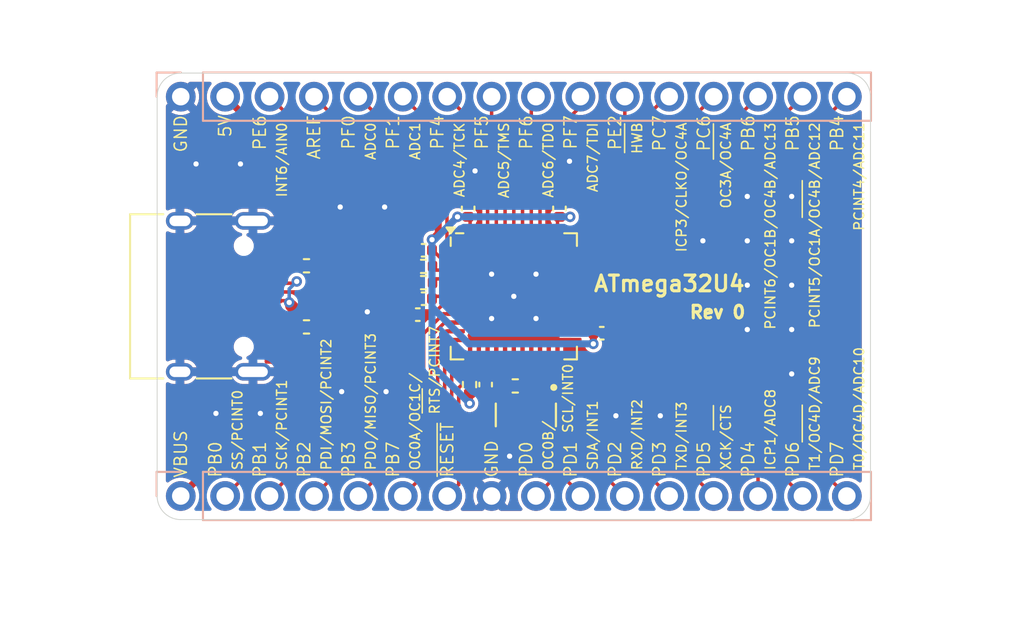
<source format=kicad_pcb>
(kicad_pcb (version 20241229) (generator "pcbnew") (generator_version "9.0")
  (layers (0 "F.Cu" signal) (2 "B.Cu" signal) (13 "F.Paste" user) (15 "B.Paste" user) (5 "F.SilkS" user "F.Silkscreen") (7 "B.SilkS" user "B.Silkscreen") (1 "F.Mask" user) (3 "B.Mask" user) (25 "Edge.Cuts" user))
  (net 0 "")
  (net 1 "GND")
  (net 2 "+5V")
  (net 3 "Net-(U1-UCAP)")
  (net 4 "VBUS")
  (net 5 "Net-(J1-CC2)")
  (net 6 "D-")
  (net 7 "D+")
  (net 9 "Net-(J1-CC1)")
  (net 11 "XTAL2")
  (net 12 "XTAL1")
  (net 13 "Net-(U1-D+)")
  (net 14 "Net-(U1-D-)")
  (net 15 "PF7 (ADC7{slash}TDI)")
  (net 16 "PC6 (OC3A{slash}~{OC4A})")
  (net 17 "PF0 (ADC0)")
  (net 18 "PF6 (ADC6{slash}TDO)")
  (net 19 "PF1 (ADC1)")
  (net 20 "PF4 (ADC4{slash}TCK)")
  (net 21 "PD7 (T0{slash}OC4D{slash}ADC10)")
  (net 22 "PC7 (ICP3{slash}CLKO{slash}OC4A)")
  (net 23 "AREF")
  (net 24 "PB6 (PCINT6{slash}OC1B{slash}OC4B{slash}ADC13)")
  (net 25 "PB4 (PCINT4{slash}ADC11)")
  (net 26 "PF5 (ADC5{slash}TMS)")
  (net 27 "PE2 (~{HWB})")
  (net 28 "PB5 (PCINT5{slash}OC1A{slash}~{OC4B}{slash}ADC12)")
  (net 29 "PD3 (TXD{slash}INT3)")
  (net 30 "~{RESET}")
  (net 31 "PB7 (OC0A{slash}OC1C{slash}~{RTS}{slash}PCINT7)")
  (net 32 "PB1 (SCLK{slash}PCINT1)")
  (net 33 "PD4 (ICP1{slash}ADC8)")
  (net 34 "PE6 (INT6{slash}AIN0)")
  (net 35 "PD1 (SDA{slash}INT1)")
  (net 36 "PD6 (T1{slash}~{OC4D}{slash}ADC9)")
  (net 37 "PB2 (PDI{slash}MOSI{slash}PCINT2)")
  (net 38 "PD2 (RXD{slash}INT2)")
  (net 39 "PD0 (OC0B{slash}SCL{slash}INT0)")
  (net 40 "PB0 (SS{slash}PCINT0)")
  (net 41 "PD5 (XCK{slash}~{CTS})")
  (net 42 "PB3 (PDO{slash}MISO{slash}PCINT3)")
  (footprint "Capacitor_SMD:C_0402_1005Metric" (layer "F.Cu") (at 109.716 101.445 180)
    (property "Reference" "C6" (hide yes))
    (property "Value" "10u")
    (pad "1" smd roundrect (at -0.48 0 180) (size 0.56 0.62) (layers "F.Cu" "F.Mask" "F.Paste") (net 4 "VBUS"))
    (pad "2" smd roundrect (at 0.48 0 180) (size 0.56 0.62) (layers "F.Cu" "F.Mask" "F.Paste") (net 1 "GND"))
  )
  (footprint "Resistor_SMD:R_0402_1005Metric" (layer "F.Cu") (at 103.349 102.148)
    (property "Reference" "R3" (hide yes))
    (property "Value" "5.1k")
    (pad "1" smd roundrect (at -0.51 0) (size 0.54 0.64) (layers "F.Cu" "F.Mask" "F.Paste") (net 5 "Net-(J1-CC2)"))
    (pad "2" smd roundrect (at 0.51 0) (size 0.54 0.64) (layers "F.Cu" "F.Mask" "F.Paste") (net 1 "GND"))
  )
  (footprint "Capacitor_SMD:C_0402_1005Metric" (layer "F.Cu") (at 117.8185 95.367 90)
    (property "Reference" "C3" (hide yes))
    (property "Value" "100n")
    (pad "1" smd roundrect (at -0.48 0 90) (size 0.56 0.62) (layers "F.Cu" "F.Mask" "F.Paste") (net 2 "+5V"))
    (pad "2" smd roundrect (at 0.48 0 90) (size 0.56 0.62) (layers "F.Cu" "F.Mask" "F.Paste") (net 1 "GND"))
  )
  (footprint "Resistor_SMD:R_0402_1005Metric" (layer "F.Cu") (at 110.049 99.6135)
    (property "Reference" "R4" (hide yes))
    (property "Value" "22" (hide yes))
    (pad "1" smd roundrect (at -0.51 0) (size 0.54 0.64) (layers "F.Cu" "F.Mask" "F.Paste") (net 6 "D-"))
    (pad "2" smd roundrect (at 0.51 0) (size 0.54 0.64) (layers "F.Cu" "F.Mask" "F.Paste") (net 13 "Net-(U1-D+)"))
  )
  (footprint "Capacitor_SMD:C_0402_1005Metric" (layer "F.Cu") (at 120.238 102.509)
    (property "Reference" "C2" (hide yes))
    (property "Value" "100n")
    (pad "1" smd roundrect (at -0.48 0) (size 0.56 0.62) (layers "F.Cu" "F.Mask" "F.Paste") (net 2 "+5V"))
    (pad "2" smd roundrect (at 0.48 0) (size 0.56 0.62) (layers "F.Cu" "F.Mask" "F.Paste") (net 1 "GND"))
  )
  (footprint "Resistor_SMD:R_0402_1005Metric" (layer "F.Cu") (at 112.676 105.449 90)
    (property "Reference" "R6" (hide yes))
    (property "Value" "10k")
    (pad "1" smd roundrect (at -0.51 0 90) (size 0.54 0.64) (layers "F.Cu" "F.Mask" "F.Paste") (net 2 "+5V"))
    (pad "2" smd roundrect (at 0.51 0 90) (size 0.54 0.64) (layers "F.Cu" "F.Mask" "F.Paste") (net 30 "~{RESET}"))
  )
  (footprint "Resistor_SMD:R_0402_1005Metric" (layer "F.Cu") (at 115.291 105.526 180)
    (property "Reference" "R1" (hide yes))
    (property "Value" "1M")
    (pad "1" smd roundrect (at -0.51 0 180) (size 0.54 0.64) (layers "F.Cu" "F.Mask" "F.Paste") (net 12 "XTAL1"))
    (pad "2" smd roundrect (at 0.51 0 180) (size 0.54 0.64) (layers "F.Cu" "F.Mask" "F.Paste") (net 11 "XTAL2"))
  )
  (footprint "Capacitor_SMD:C_0402_1005Metric" (layer "F.Cu") (at 112.5965 95.367 90)
    (property "Reference" "C4" (hide yes))
    (property "Value" "100n")
    (pad "1" smd roundrect (at -0.48 0 90) (size 0.56 0.62) (layers "F.Cu" "F.Mask" "F.Paste") (net 2 "+5V"))
    (pad "2" smd roundrect (at 0.48 0 90) (size 0.56 0.62) (layers "F.Cu" "F.Mask" "F.Paste") (net 1 "GND"))
  )
  (footprint "Capacitor_SMD:C_0402_1005Metric" (layer "F.Cu") (at 110.049 100.534 180)
    (property "Reference" "C5" (hide yes))
    (property "Value" "1u")
    (pad "1" smd roundrect (at -0.48 0 180) (size 0.56 0.62) (layers "F.Cu" "F.Mask" "F.Paste") (net 3 "Net-(U1-UCAP)"))
    (pad "2" smd roundrect (at 0.48 0 180) (size 0.56 0.62) (layers "F.Cu" "F.Mask" "F.Paste") (net 1 "GND"))
  )
  (footprint "Capacitor_SMD:C_0402_1005Metric" (layer "F.Cu") (at 110.049 97.762 180)
    (property "Reference" "C7" (hide yes))
    (property "Value" "4.7u")
    (pad "1" smd roundrect (at -0.48 0 180) (size 0.56 0.62) (layers "F.Cu" "F.Mask" "F.Paste") (net 2 "+5V"))
    (pad "2" smd roundrect (at 0.48 0 180) (size 0.56 0.62) (layers "F.Cu" "F.Mask" "F.Paste") (net 1 "GND"))
  )
  (footprint "Capacitor_SMD:C_0402_1005Metric" (layer "F.Cu") (at 113.5965 105.449 -90)
    (property "Reference" "C1" (hide yes))
    (property "Value" "100n")
    (pad "1" smd roundrect (at -0.48 0 270) (size 0.56 0.62) (layers "F.Cu" "F.Mask" "F.Paste") (net 2 "+5V"))
    (pad "2" smd roundrect (at 0.48 0 270) (size 0.56 0.62) (layers "F.Cu" "F.Mask" "F.Paste") (net 1 "GND"))
  )
  (footprint "Connector_USB:USB_C_Receptacle_HRO_TYPE-C-31-M-12" (layer "F.Cu") (at 97.158 100.398 -90)
    (property "Reference" "J1" (hide yes))
    (property "Value" "USB_C_Receptacle_USB2.0_16P" (hide yes))
    (pad "" np_thru_hole circle (at -2.89 -2.6 270) (size 0.65 0.65) (drill 0.65) (layers "*.Cu" "*.Mask"))
    (pad "" np_thru_hole circle (at 2.89 -2.6 270) (size 0.65 0.65) (drill 0.65) (layers "*.Cu" "*.Mask"))
    (pad "A1" smd rect (at -3.25 -4.045 270) (size 0.6 1.45) (layers "F.Cu" "F.Mask" "F.Paste") (net 1 "GND"))
    (pad "A4" smd rect (at -2.45 -4.045 270) (size 0.6 1.45) (layers "F.Cu" "F.Mask" "F.Paste") (net 4 "VBUS"))
    (pad "A5" smd rect (at -1.25 -4.045 270) (size 0.3 1.45) (layers "F.Cu" "F.Mask" "F.Paste") (net 9 "Net-(J1-CC1)"))
    (pad "A6" smd rect (at -0.25 -4.045 270) (size 0.3 1.45) (layers "F.Cu" "F.Mask" "F.Paste") (net 7 "D+"))
    (pad "A7" smd rect (at 0.25 -4.045 270) (size 0.3 1.45) (layers "F.Cu" "F.Mask" "F.Paste") (net 6 "D-"))
    (pad "A8" smd rect (at 1.25 -4.045 270) (size 0.3 1.45) (layers "F.Cu" "F.Mask" "F.Paste"))
    (pad "A9" smd rect (at 2.45 -4.045 270) (size 0.6 1.45) (layers "F.Cu" "F.Mask" "F.Paste") (net 4 "VBUS"))
    (pad "A12" smd rect (at 3.25 -4.045 270) (size 0.6 1.45) (layers "F.Cu" "F.Mask" "F.Paste") (net 1 "GND"))
    (pad "B1" smd rect (at 3.25 -4.045 270) (size 0.6 1.45) (layers "F.Cu" "F.Mask" "F.Paste") (net 1 "GND"))
    (pad "B4" smd rect (at 2.45 -4.045 270) (size 0.6 1.45) (layers "F.Cu" "F.Mask" "F.Paste") (net 4 "VBUS"))
    (pad "B5" smd rect (at 1.75 -4.045 270) (size 0.3 1.45) (layers "F.Cu" "F.Mask" "F.Paste") (net 5 "Net-(J1-CC2)"))
    (pad "B6" smd rect (at 0.75 -4.045 270) (size 0.3 1.45) (layers "F.Cu" "F.Mask" "F.Paste") (net 7 "D+"))
    (pad "B7" smd rect (at -0.75 -4.045 270) (size 0.3 1.45) (layers "F.Cu" "F.Mask" "F.Paste") (net 6 "D-"))
    (pad "B8" smd rect (at -1.75 -4.045 270) (size 0.3 1.45) (layers "F.Cu" "F.Mask" "F.Paste"))
    (pad "B9" smd rect (at -2.45 -4.045 270) (size 0.6 1.45) (layers "F.Cu" "F.Mask" "F.Paste") (net 4 "VBUS"))
    (pad "B12" smd rect (at -3.25 -4.045 270) (size 0.6 1.45) (layers "F.Cu" "F.Mask" "F.Paste") (net 1 "GND"))
    (pad "S1" thru_hole oval (at -4.32 -3.13 270) (size 1 2.1) (drill oval 0.6 1.7) (property pad_prop_heatsink) (layers "*.Cu" "*.Mask") (net 1 "GND"))
    (pad "S1" thru_hole oval (at -4.32 1.05 270) (size 1 1.6) (drill oval 0.6 1.2) (property pad_prop_heatsink) (layers "*.Cu" "*.Mask") (net 1 "GND"))
    (pad "S1" thru_hole oval (at 4.32 -3.13 270) (size 1 2.1) (drill oval 0.6 1.7) (property pad_prop_heatsink) (layers "*.Cu" "*.Mask") (net 1 "GND"))
    (pad "S1" thru_hole oval (at 4.32 1.05 270) (size 1 1.6) (drill oval 0.6 1.2) (property pad_prop_heatsink) (layers "*.Cu" "*.Mask") (net 1 "GND"))
  )
  (footprint "CSTNE16M0V53C000R0:OSC_CSTNE16M0V53C000R0" (layer "F.Cu") (at 115.897 107.187 180)
    (property "Reference" "Y1" (hide yes))
    (property "Value" "CSTNE16M0V53C000R0")
    (pad "1" smd rect (at -1.2 0 180) (size 0.4 1.9) (layers "F.Cu" "F.Mask" "F.Paste") (net 12 "XTAL1"))
    (pad "2" smd rect (at 0 0 180) (size 0.4 1.9) (layers "F.Cu" "F.Mask" "F.Paste") (net 1 "GND"))
    (pad "3" smd rect (at 1.2 0 180) (size 0.4 1.9) (layers "F.Cu" "F.Mask" "F.Paste") (net 11 "XTAL2"))
  )
  (footprint "Resistor_SMD:R_0402_1005Metric" (layer "F.Cu") (at 110.049 98.6825)
    (property "Reference" "R5" (hide yes))
    (property "Value" "22" (hide yes))
    (pad "1" smd roundrect (at -0.51 0) (size 0.54 0.64) (layers "F.Cu" "F.Mask" "F.Paste") (net 7 "D+"))
    (pad "2" smd roundrect (at 0.51 0) (size 0.54 0.64) (layers "F.Cu" "F.Mask" "F.Paste") (net 14 "Net-(U1-D-)"))
  )
  (footprint "Package_DFN_QFN:QFN-44-1EP_7x7mm_P0.5mm_EP5.2x5.2mm" (layer "F.Cu") (at 115.2075 100.398)
    (property "Reference" "U1" (hide yes))
    (property "Value" "ATmega32U4-M")
    (pad "1" smd roundrect (at -3.3375 -2.5) (size 1.075 0.25) (layers "F.Cu" "F.Mask" "F.Paste") (net 34 "PE6 (INT6{slash}AIN0)"))
    (pad "2" smd roundrect (at -3.3375 -2) (size 1.075 0.25) (layers "F.Cu" "F.Mask" "F.Paste") (net 2 "+5V"))
    (pad "3" smd roundrect (at -3.3375 -1.5) (size 1.075 0.25) (layers "F.Cu" "F.Mask" "F.Paste") (net 14 "Net-(U1-D-)"))
    (pad "4" smd roundrect (at -3.3375 -1) (size 1.075 0.25) (layers "F.Cu" "F.Mask" "F.Paste") (net 13 "Net-(U1-D+)"))
    (pad "5" smd roundrect (at -3.3375 -0.5) (size 1.075 0.25) (layers "F.Cu" "F.Mask" "F.Paste") (net 1 "GND"))
    (pad "6" smd roundrect (at -3.3375 0) (size 1.075 0.25) (layers "F.Cu" "F.Mask" "F.Paste") (net 3 "Net-(U1-UCAP)"))
    (pad "7" smd roundrect (at -3.3375 0.5) (size 1.075 0.25) (layers "F.Cu" "F.Mask" "F.Paste") (net 4 "VBUS"))
    (pad "8" smd roundrect (at -3.3375 1) (size 1.075 0.25) (layers "F.Cu" "F.Mask" "F.Paste") (net 40 "PB0 (SS{slash}PCINT0)"))
    (pad "9" smd roundrect (at -3.3375 1.5) (size 1.075 0.25) (layers "F.Cu" "F.Mask" "F.Paste") (net 32 "PB1 (SCLK{slash}PCINT1)"))
    (pad "10" smd roundrect (at -3.3375 2) (size 1.075 0.25) (layers "F.Cu" "F.Mask" "F.Paste") (net 37 "PB2 (PDI{slash}MOSI{slash}PCINT2)"))
    (pad "11" smd roundrect (at -3.3375 2.5) (size 1.075 0.25) (layers "F.Cu" "F.Mask" "F.Paste") (net 42 "PB3 (PDO{slash}MISO{slash}PCINT3)"))
    (pad "12" smd roundrect (at -2.5 3.3375) (size 0.25 1.075) (layers "F.Cu" "F.Mask" "F.Paste") (net 31 "PB7 (OC0A{slash}OC1C{slash}~{RTS}{slash}PCINT7)"))
    (pad "13" smd roundrect (at -2 3.3375) (size 0.25 1.075) (layers "F.Cu" "F.Mask" "F.Paste") (net 30 "~{RESET}"))
    (pad "14" smd roundrect (at -1.5 3.3375) (size 0.25 1.075) (layers "F.Cu" "F.Mask" "F.Paste") (net 2 "+5V"))
    (pad "15" smd roundrect (at -1 3.3375) (size 0.25 1.075) (layers "F.Cu" "F.Mask" "F.Paste") (net 1 "GND"))
    (pad "16" smd roundrect (at -0.5 3.3375) (size 0.25 1.075) (layers "F.Cu" "F.Mask" "F.Paste") (net 11 "XTAL2"))
    (pad "17" smd roundrect (at 0 3.3375) (size 0.25 1.075) (layers "F.Cu" "F.Mask" "F.Paste") (net 12 "XTAL1"))
    (pad "18" smd roundrect (at 0.5 3.3375) (size 0.25 1.075) (layers "F.Cu" "F.Mask" "F.Paste") (net 39 "PD0 (OC0B{slash}SCL{slash}INT0)"))
    (pad "19" smd roundrect (at 1 3.3375) (size 0.25 1.075) (layers "F.Cu" "F.Mask" "F.Paste") (net 35 "PD1 (SDA{slash}INT1)"))
    (pad "20" smd roundrect (at 1.5 3.3375) (size 0.25 1.075) (layers "F.Cu" "F.Mask" "F.Paste") (net 38 "PD2 (RXD{slash}INT2)"))
    (pad "21" smd roundrect (at 2 3.3375) (size 0.25 1.075) (layers "F.Cu" "F.Mask" "F.Paste") (net 29 "PD3 (TXD{slash}INT3)"))
    (pad "22" smd roundrect (at 2.5 3.3375) (size 0.25 1.075) (layers "F.Cu" "F.Mask" "F.Paste") (net 41 "PD5 (XCK{slash}~{CTS})"))
    (pad "23" smd roundrect (at 3.3375 2.5) (size 1.075 0.25) (layers "F.Cu" "F.Mask" "F.Paste") (net 1 "GND"))
    (pad "24" smd roundrect (at 3.3375 2) (size 1.075 0.25) (layers "F.Cu" "F.Mask" "F.Paste") (net 2 "+5V"))
    (pad "25" smd roundrect (at 3.3375 1.5) (size 1.075 0.25) (layers "F.Cu" "F.Mask" "F.Paste") (net 33 "PD4 (ICP1{slash}ADC8)"))
    (pad "26" smd roundrect (at 3.3375 1) (size 1.075 0.25) (layers "F.Cu" "F.Mask" "F.Paste") (net 36 "PD6 (T1{slash}~{OC4D}{slash}ADC9)"))
    (pad "27" smd roundrect (at 3.3375 0.5) (size 1.075 0.25) (layers "F.Cu" "F.Mask" "F.Paste") (net 21 "PD7 (T0{slash}OC4D{slash}ADC10)"))
    (pad "28" smd roundrect (at 3.3375 0) (size 1.075 0.25) (layers "F.Cu" "F.Mask" "F.Paste") (net 25 "PB4 (PCINT4{slash}ADC11)"))
    (pad "29" smd roundrect (at 3.3375 -0.5) (size 1.075 0.25) (layers "F.Cu" "F.Mask" "F.Paste") (net 28 "PB5 (PCINT5{slash}OC1A{slash}~{OC4B}{slash}ADC12)"))
    (pad "30" smd roundrect (at 3.3375 -1) (size 1.075 0.25) (layers "F.Cu" "F.Mask" "F.Paste") (net 24 "PB6 (PCINT6{slash}OC1B{slash}OC4B{slash}ADC13)"))
    (pad "31" smd roundrect (at 3.3375 -1.5) (size 1.075 0.25) (layers "F.Cu" "F.Mask" "F.Paste") (net 16 "PC6 (OC3A{slash}~{OC4A})"))
    (pad "32" smd roundrect (at 3.3375 -2) (size 1.075 0.25) (layers "F.Cu" "F.Mask" "F.Paste") (net 22 "PC7 (ICP3{slash}CLKO{slash}OC4A)"))
    (pad "33" smd roundrect (at 3.3375 -2.5) (size 1.075 0.25) (layers "F.Cu" "F.Mask" "F.Paste") (net 27 "PE2 (~{HWB})"))
    (pad "34" smd roundrect (at 2.5 -3.3375) (size 0.25 1.075) (layers "F.Cu" "F.Mask" "F.Paste") (net 2 "+5V"))
    (pad "35" smd roundrect (at 2 -3.3375) (size 0.25 1.075) (layers "F.Cu" "F.Mask" "F.Paste") (net 1 "GND"))
    (pad "36" smd roundrect (at 1.5 -3.3375) (size 0.25 1.075) (layers "F.Cu" "F.Mask" "F.Paste") (net 15 "PF7 (ADC7{slash}TDI)"))
    (pad "37" smd roundrect (at 1 -3.3375) (size 0.25 1.075) (layers "F.Cu" "F.Mask" "F.Paste") (net 18 "PF6 (ADC6{slash}TDO)"))
    (pad "38" smd roundrect (at 0.5 -3.3375) (size 0.25 1.075) (layers "F.Cu" "F.Mask" "F.Paste") (net 26 "PF5 (ADC5{slash}TMS)"))
    (pad "39" smd roundrect (at 0 -3.3375) (size 0.25 1.075) (layers "F.Cu" "F.Mask" "F.Paste") (net 20 "PF4 (ADC4{slash}TCK)"))
    (pad "40" smd roundrect (at -0.5 -3.3375) (size 0.25 1.075) (layers "F.Cu" "F.Mask" "F.Paste") (net 19 "PF1 (ADC1)"))
    (pad "41" smd roundrect (at -1 -3.3375) (size 0.25 1.075) (layers "F.Cu" "F.Mask" "F.Paste") (net 17 "PF0 (ADC0)"))
    (pad "42" smd roundrect (at -1.5 -3.3375) (size 0.25 1.075) (layers "F.Cu" "F.Mask" "F.Paste") (net 23 "AREF"))
    (pad "43" smd roundrect (at -2 -3.3375) (size 0.25 1.075) (layers "F.Cu" "F.Mask" "F.Paste") (net 1 "GND"))
    (pad "44" smd roundrect (at -2.5 -3.3375) (size 0.25 1.075) (layers "F.Cu" "F.Mask" "F.Paste") (net 2 "+5V"))
    (pad "45" smd rect (at 0 0) (size 5.2 5.2) (property pad_prop_heatsink) (layers "F.Cu" "F.Mask") (net 1 "GND"))
  )
  (footprint "Resistor_SMD:R_0402_1005Metric" (layer "F.Cu") (at 103.349 98.648)
    (property "Reference" "R2" (hide yes))
    (property "Value" "5.1k")
    (pad "1" smd roundrect (at -0.51 0) (size 0.54 0.64) (layers "F.Cu" "F.Mask" "F.Paste") (net 9 "Net-(J1-CC1)"))
    (pad "2" smd roundrect (at 0.51 0) (size 0.54 0.64) (layers "F.Cu" "F.Mask" "F.Paste") (net 1 "GND"))
  )
  (footprint "Connector_PinHeader_2.54mm:PinHeader_1x16_P2.54mm_Vertical" (layer "B.Cu") (at 96.1575 88.968 -90)
    (property "Reference" "J2" (hide yes))
    (property "Value" "Conn_01x16" (hide yes))
    (pad "1" thru_hole circle (at 0 0 270) (size 1.7 1.7) (drill 1) (layers "*.Cu" "*.Mask") (net 1 "GND"))
    (pad "2" thru_hole circle (at 0 -2.54 270) (size 1.7 1.7) (drill 1) (layers "*.Cu" "*.Mask") (net 2 "+5V"))
    (pad "3" thru_hole circle (at 0 -5.08 270) (size 1.7 1.7) (drill 1) (layers "*.Cu" "*.Mask") (net 34 "PE6 (INT6{slash}AIN0)"))
    (pad "4" thru_hole circle (at 0 -7.62 270) (size 1.7 1.7) (drill 1) (layers "*.Cu" "*.Mask") (net 23 "AREF"))
    (pad "5" thru_hole circle (at 0 -10.16 270) (size 1.7 1.7) (drill 1) (layers "*.Cu" "*.Mask") (net 17 "PF0 (ADC0)"))
    (pad "6" thru_hole circle (at 0 -12.7 270) (size 1.7 1.7) (drill 1) (layers "*.Cu" "*.Mask") (net 19 "PF1 (ADC1)"))
    (pad "7" thru_hole circle (at 0 -15.24 270) (size 1.7 1.7) (drill 1) (layers "*.Cu" "*.Mask") (net 20 "PF4 (ADC4{slash}TCK)"))
    (pad "8" thru_hole circle (at 0 -17.78 270) (size 1.7 1.7) (drill 1) (layers "*.Cu" "*.Mask") (net 26 "PF5 (ADC5{slash}TMS)"))
    (pad "9" thru_hole circle (at 0 -20.32 270) (size 1.7 1.7) (drill 1) (layers "*.Cu" "*.Mask") (net 18 "PF6 (ADC6{slash}TDO)"))
    (pad "10" thru_hole circle (at 0 -22.86 270) (size 1.7 1.7) (drill 1) (layers "*.Cu" "*.Mask") (net 15 "PF7 (ADC7{slash}TDI)"))
    (pad "11" thru_hole circle (at 0 -25.4 270) (size 1.7 1.7) (drill 1) (layers "*.Cu" "*.Mask") (net 27 "PE2 (~{HWB})"))
    (pad "12" thru_hole circle (at 0 -27.94 270) (size 1.7 1.7) (drill 1) (layers "*.Cu" "*.Mask") (net 22 "PC7 (ICP3{slash}CLKO{slash}OC4A)"))
    (pad "13" thru_hole circle (at 0 -30.48 270) (size 1.7 1.7) (drill 1) (layers "*.Cu" "*.Mask") (net 16 "PC6 (OC3A{slash}~{OC4A})"))
    (pad "14" thru_hole circle (at 0 -33.02 270) (size 1.7 1.7) (drill 1) (layers "*.Cu" "*.Mask") (net 24 "PB6 (PCINT6{slash}OC1B{slash}OC4B{slash}ADC13)"))
    (pad "15" thru_hole circle (at 0 -35.56 270) (size 1.7 1.7) (drill 1) (layers "*.Cu" "*.Mask") (net 28 "PB5 (PCINT5{slash}OC1A{slash}~{OC4B}{slash}ADC12)"))
    (pad "16" thru_hole circle (at 0 -38.1 270) (size 1.7 1.7) (drill 1) (layers "*.Cu" "*.Mask") (net 25 "PB4 (PCINT4{slash}ADC11)"))
  )
  (footprint "Connector_PinHeader_2.54mm:PinHeader_1x16_P2.54mm_Vertical" (layer "B.Cu") (at 96.1575 111.828 -90)
    (property "Reference" "J3" (hide yes))
    (property "Value" "Conn_01x16" (hide yes))
    (pad "1" thru_hole circle (at 0 0 270) (size 1.7 1.7) (drill 1) (layers "*.Cu" "*.Mask") (net 4 "VBUS"))
    (pad "2" thru_hole circle (at 0 -2.54 270) (size 1.7 1.7) (drill 1) (layers "*.Cu" "*.Mask") (net 40 "PB0 (SS{slash}PCINT0)"))
    (pad "3" thru_hole circle (at 0 -5.08 270) (size 1.7 1.7) (drill 1) (layers "*.Cu" "*.Mask") (net 32 "PB1 (SCLK{slash}PCINT1)"))
    (pad "4" thru_hole circle (at 0 -7.62 270) (size 1.7 1.7) (drill 1) (layers "*.Cu" "*.Mask") (net 37 "PB2 (PDI{slash}MOSI{slash}PCINT2)"))
    (pad "5" thru_hole circle (at 0 -10.16 270) (size 1.7 1.7) (drill 1) (layers "*.Cu" "*.Mask") (net 42 "PB3 (PDO{slash}MISO{slash}PCINT3)"))
    (pad "6" thru_hole circle (at 0 -12.7 270) (size 1.7 1.7) (drill 1) (layers "*.Cu" "*.Mask") (net 31 "PB7 (OC0A{slash}OC1C{slash}~{RTS}{slash}PCINT7)"))
    (pad "7" thru_hole circle (at 0 -15.24 270) (size 1.7 1.7) (drill 1) (layers "*.Cu" "*.Mask") (net 30 "~{RESET}"))
    (pad "8" thru_hole circle (at 0 -17.78 270) (size 1.7 1.7) (drill 1) (layers "*.Cu" "*.Mask") (net 1 "GND"))
    (pad "9" thru_hole circle (at 0 -20.32 270) (size 1.7 1.7) (drill 1) (layers "*.Cu" "*.Mask") (net 39 "PD0 (OC0B{slash}SCL{slash}INT0)"))
    (pad "10" thru_hole circle (at 0 -22.86 270) (size 1.7 1.7) (drill 1) (layers "*.Cu" "*.Mask") (net 35 "PD1 (SDA{slash}INT1)"))
    (pad "11" thru_hole circle (at 0 -25.4 270) (size 1.7 1.7) (drill 1) (layers "*.Cu" "*.Mask") (net 38 "PD2 (RXD{slash}INT2)"))
    (pad "12" thru_hole circle (at 0 -27.94 270) (size 1.7 1.7) (drill 1) (layers "*.Cu" "*.Mask") (net 29 "PD3 (TXD{slash}INT3)"))
    (pad "13" thru_hole circle (at 0 -30.48 270) (size 1.7 1.7) (drill 1) (layers "*.Cu" "*.Mask") (net 41 "PD5 (XCK{slash}~{CTS})"))
    (pad "14" thru_hole circle (at 0 -33.02 270) (size 1.7 1.7) (drill 1) (layers "*.Cu" "*.Mask") (net 33 "PD4 (ICP1{slash}ADC8)"))
    (pad "15" thru_hole circle (at 0 -35.56 270) (size 1.7 1.7) (drill 1) (layers "*.Cu" "*.Mask") (net 36 "PD6 (T1{slash}~{OC4D}{slash}ADC9)"))
    (pad "16" thru_hole circle (at 0 -38.1 270) (size 1.7 1.7) (drill 1) (layers "*.Cu" "*.Mask") (net 21 "PD7 (T0{slash}OC4D{slash}ADC10)"))
  )
  (gr_line (start 96.158 87.618) (end 134.258 87.618) (stroke (width 0.05)) (layer "Edge.Cuts"))
  (gr_line (start 134.258 113.178) (end 96.158 113.178) (stroke (width 0.05)) (layer "Edge.Cuts"))
  (gr_arc (start 134.258 87.618) (mid 135.212594 88.013406) (end 135.608 88.968) (stroke (width 0.05)) (layer "Edge.Cuts"))
  (gr_arc (start 96.158 113.178) (mid 95.203406 112.782594) (end 94.808 111.828) (stroke (width 0.05)) (layer "Edge.Cuts"))
  (gr_line (start 94.808 111.828) (end 94.808 88.968) (stroke (width 0.05)) (layer "Edge.Cuts"))
  (gr_line (start 135.608 88.968) (end 135.608 111.828) (stroke (width 0.05)) (layer "Edge.Cuts"))
  (gr_arc (start 94.808 88.968) (mid 95.203406 88.013406) (end 96.158 87.618) (stroke (width 0.05)) (layer "Edge.Cuts"))
  (gr_arc (start 135.608 111.828) (mid 135.212594 112.782594) (end 134.258 113.178) (stroke (width 0.05)) (layer "Edge.Cuts"))
  (gr_text "PF5\n_{ADC5/TMS }" (at 113.9375 89.968 90) (layer "F.SilkS") (effects (font (size 0.7 0.7) (thickness 0.0875)) (justify right)))
  (gr_text "PB6\n_{PCINT6/OC1B/OC4B/ADC13 }" (at 129.1775 89.968 90) (layer "F.SilkS") (effects (font (size 0.7 0.7) (thickness 0.0875)) (justify right)))
  (gr_text "PB3\n_{ PDO/MISO/PCINT3}" (at 106.3175 110.828 90) (layer "F.SilkS") (effects (font (size 0.7 0.7) (thickness 0.0875)) (justify left)))
  (gr_text "PB4\n_{PCINT4/ADC11 }" (at 134.2575 89.968 90) (layer "F.SilkS") (effects (font (size 0.7 0.7) (thickness 0.0875)) (justify right)))
  (gr_text "PF1\n_{ADC1 }" (at 108.8575 89.968 90) (layer "F.SilkS") (effects (font (size 0.7 0.7) (thickness 0.0875)) (justify right)))
  (gr_text "PE2\n_{~{HWB} }" (at 121.5575 89.968 90) (layer "F.SilkS") (effects (font (size 0.7 0.7) (thickness 0.0875)) (justify right)))
  (gr_text "PD2\n_{ RXD/INT2}" (at 121.5575 110.828 90) (layer "F.SilkS") (effects (font (size 0.7 0.7) (thickness 0.0875)) (justify left)))
  (gr_text "PD3\n_{ TXD/INT3}" (at 124.0975 110.828 90) (layer "F.SilkS") (effects (font (size 0.7 0.7) (thickness 0.0875)) (justify left)))
  (gr_text "PF4\n_{ADC4/TCK }" (at 111.3975 89.968 90) (layer "F.SilkS") (effects (font (size 0.7 0.7) (thickness 0.0875)) (justify right)))
  (gr_text "PF0\n_{ADC0 }" (at 106.3175 89.968 90) (layer "F.SilkS") (effects (font (size 0.7 0.7) (thickness 0.0875)) (justify right)))
  (gr_text "PB1\n_{ SCK/PCINT1}" (at 101.2375 110.828 90) (layer "F.SilkS") (effects (font (size 0.7 0.7) (thickness 0.0875)) (justify left)))
  (gr_text "PD0\n_{ OC0B/}\n    _{ SCL/INT0}" (at 117.0375 110.828 90) (layer "F.SilkS") (effects (font (size 0.7 0.7) (thickness 0.0875)) (justify left)))
  (gr_text "PD6\n_{ T1/~{OC4D}/ADC9}" (at 131.7175 110.828 90) (layer "F.SilkS") (effects (font (size 0.7 0.7) (thickness 0.0875)) (justify left)))
  (gr_text "PD4\n_{ ICP1/ADC8}" (at 129.1775 110.828 90) (layer "F.SilkS") (effects (font (size 0.7 0.7) (thickness 0.0875)) (justify left)))
  (gr_text "PC6\n_{OC3A/~{OC4A} }" (at 126.6375 89.968 90) (layer "F.SilkS") (effects (font (size 0.7 0.7) (thickness 0.0875)) (justify right)))
  (gr_text "PD7\n_{ T0/OC4D/ADC10}" (at 134.2575 110.828 90) (layer "F.SilkS") (effects (font (size 0.7 0.7) (thickness 0.0875)) (justify left)))
  (gr_text "PC7\n_{ICP3/CLKO/OC4A }" (at 124.0975 89.968 90) (layer "F.SilkS") (effects (font (size 0.7 0.7) (thickness 0.0875)) (justify right)))
  (gr_text "5V" (at 98.6975 89.968 90) (layer "F.SilkS") (effects (font (size 0.7 0.7) (thickness 0.0875)) (justify right)))
  (gr_text "PE6\n_{INT6/AIN0 }" (at 101.2375 89.968 90) (layer "F.SilkS") (effects (font (size 0.7 0.7) (thickness 0.0875)) (justify right)))
  (gr_text "~{RESET}" (at 111.3975 110.828 90) (layer "F.SilkS") (effects (font (size 0.7 0.7) (thickness 0.0875)) (justify left)))
  (gr_text "GND" (at 96.1575 89.968 90) (layer "F.SilkS") (effects (font (size 0.7 0.7) (thickness 0.0875)) (justify right)))
  (gr_text "PD5\n_{ XCK/~{CTS}}" (at 126.6375 110.828 90) (layer "F.SilkS") (effects (font (size 0.7 0.7) (thickness 0.0875)) (justify left)))
  (gr_text "PF6\n_{ADC6/TDO }" (at 116.4775 89.968 90) (layer "F.SilkS") (effects (font (size 0.7 0.7) (thickness 0.0875)) (justify right)))
  (gr_text "PB0\n_{ SS/PCINT0}" (at 98.6975 110.828 90) (layer "F.SilkS") (effects (font (size 0.7 0.7) (thickness 0.0875)) (justify left)))
  (gr_text "PD1\n_{ SDA/INT1}" (at 119.0175 110.828 90) (layer "F.SilkS") (effects (font (size 0.7 0.7) (thickness 0.0875)) (justify left)))
  (gr_text "PB7\n_{ OC0A/OC1C/}\n      _{ ~{RTS}/PCINT7}" (at 109.4175 110.828 90) (layer "F.SilkS") (effects (font (size 0.7 0.7) (thickness 0.0875)) (justify left)))
  (gr_text "GND" (at 113.9375 110.828 90) (layer "F.SilkS") (effects (font (size 0.7 0.7) (thickness 0.0875)) (justify left)))
  (gr_text "PF7\n_{ADC7/TDI }" (at 119.0175 89.968 90) (layer "F.SilkS") (effects (font (size 0.7 0.7) (thickness 0.0875)) (justify right)))
  (gr_text "PB5\n_{PCINT5/OC1A/~{OC4B}/ADC12 }" (at 131.7175 89.968 90) (layer "F.SilkS") (effects (font (size 0.7 0.7) (thickness 0.0875)) (justify right)))
  (gr_text "PB2\n_{ PDI/MOSI/PCINT2}" (at 103.7775 110.828 90) (layer "F.SilkS") (effects (font (size 0.7 0.7) (thickness 0.0875)) (justify left)))
  (gr_text "VBUS" (at 96.1575 110.828 90) (layer "F.SilkS") (effects (font (size 0.7 0.7) (thickness 0.0875)) (justify left)))
  (gr_text "ATmega32U4\n        _{Rev 0}" (at 119.698 100.398 0) (layer "F.SilkS") (effects (font (size 0.9 0.9) (thickness 0.18) (bold yes)) (justify left)))
  (gr_text "AREF" (at 103.7775 89.968 90) (layer "F.SilkS") (effects (font (size 0.7 0.7) (thickness 0.0875)) (justify right)))
  (segment (start 113.2075 97.0605) (end 113.2075 95.498) (width 0.2) (layer "F.Cu") (net 1))
  (segment (start 117.2075 97.0605) (end 117.2075 95.498) (width 0.2) (layer "F.Cu") (net 1))
  (segment (start 113.2075 95.498) (end 112.5965 94.887) (width 0.2) (layer "F.Cu") (net 1))
  (segment (start 114.2075 105.318) (end 113.5965 105.929) (width 0.2) (layer "F.Cu") (net 1))
  (segment (start 117.2075 95.498) (end 117.8185 94.887) (width 0.2) (layer "F.Cu") (net 1))
  (segment (start 114.2075 105.318) (end 114.2075 103.7355) (width 0.2) (layer "F.Cu") (net 1))
  (via (at 105.278 95.285) (size 0.6) (drill 0.3) (layers "F.Cu" "B.Cu") (net 1))
  (via (at 116.4775 99.128) (size 0.6) (drill 0.3) (layers "F.Cu" "B.Cu") (net 1))
  (via (at 98.17 107.099) (size 0.6) (drill 0.3) (layers "F.Cu" "B.Cu") (net 1))
  (via (at 113.9375 101.668) (size 0.6) (drill 0.3) (layers "F.Cu" "B.Cu") (net 1))
  (via (at 99.572 92.82) (size 0.6) (drill 0.3) (layers "F.Cu" "B.Cu") (net 1))
  (via (at 115.2075 100.398) (size 0.6) (drill 0.3) (layers "F.Cu" "B.Cu") (net 1))
  (via (at 113.9375 99.128) (size 0.6) (drill 0.3) (layers "F.Cu" "B.Cu") (net 1))
  (via (at 106.828 101.285) (size 0.6) (drill 0.3) (layers "F.Cu" "B.Cu") (net 1))
  (via (at 112.99 93.219) (size 0.6) (drill 0.3) (layers "F.Cu" "B.Cu") (net 1))
  (via (at 131.102 94.679) (size 0.6) (drill 0.3) (layers "F.Cu" "B.Cu") (net 1))
  (via (at 131.102 99.759) (size 0.6) (drill 0.3) (layers "F.Cu" "B.Cu") (net 1))
  (via (at 123.587 107.235) (size 0.6) (drill 0.3) (layers "F.Cu" "B.Cu") (net 1))
  (via (at 128.562 97.219) (size 0.6) (drill 0.3) (layers "F.Cu" "B.Cu") (net 1))
  (via (at 107.901 105.853) (size 0.6) (drill 0.3) (layers "F.Cu" "B.Cu") (net 1))
  (via (at 107.818 95.285) (size 0.6) (drill 0.3) (layers "F.Cu" "B.Cu") (net 1))
  (via (at 121.047 107.235) (size 0.6) (drill 0.3) (layers "F.Cu" "B.Cu") (net 1))
  (via (at 116.4775 101.668) (size 0.6) (drill 0.3) (layers "F.Cu" "B.Cu") (net 1))
  (via (at 126.022 97.219) (size 0.6) (drill 0.3) (layers "F.Cu" "B.Cu") (net 1))
  (via (at 131.102 104.839) (size 0.6) (drill 0.3) (layers "F.Cu" "B.Cu") (net 1))
  (via (at 100.71 107.099) (size 0.6) (drill 0.3) (layers "F.Cu" "B.Cu") (net 1))
  (via (at 114.967 109.549) (size 0.6) (drill 0.3) (layers "F.Cu" "B.Cu") (net 1))
  (via (at 131.102 102.299) (size 0.6) (drill 0.3) (layers "F.Cu" "B.Cu") (net 1))
  (via (at 105.361 105.853) (size 0.6) (drill 0.3) (layers "F.Cu" "B.Cu") (net 1))
  (via (at 131.102 97.219) (size 0.6) (drill 0.3) (layers "F.Cu" "B.Cu") (net 1))
  (via (at 128.562 102.299) (size 0.6) (drill 0.3) (layers "F.Cu" "B.Cu") (net 1))
  (via (at 128.562 99.759) (size 0.6) (drill 0.3) (layers "F.Cu" "B.Cu") (net 1))
  (via (at 128.562 94.679) (size 0.6) (drill 0.3) (layers "F.Cu" "B.Cu") (net 1))
  (via (at 118.393 92.665) (size 0.6) (drill 0.3) (layers "F.Cu" "B.Cu") (net 1))
  (via (at 97.032 92.82) (size 0.6) (drill 0.3) (layers "F.Cu" "B.Cu") (net 1))
  (segment (start 119.758 103.117) (end 119.757 103.118) (width 0.4) (layer "F.Cu") (net 2))
  (segment (start 117.7075 97.0605) (end 117.7075 95.958) (width 0.2) (layer "F.Cu") (net 2))
  (segment (start 112.676 105.8895) (end 113.5965 104.969) (width 0.2) (layer "F.Cu") (net 2))
  (segment (start 110.07348 92.224) (end 110.884 93.03452) (width 0.4) (layer "F.Cu") (net 2))
  (segment (start 113.7075 103.7355) (end 113.7075 104.858) (width 0.2) (layer "F.Cu") (net 2))
  (segment (start 117.7075 95.958) (end 117.8185 95.847) (width 0.2) (layer "F.Cu") (net 2))
  (segment (start 117.8185 95.847) (end 118.429 95.847) (width 0.4) (layer "F.Cu") (net 2))
  (segment (start 112.676 105.959) (end 112.68 105.963) (width 0.2) (layer "F.Cu") (net 2))
  (segment (start 110.529 97.762) (end 110.529 97.152) (width 0.4) (layer "F.Cu") (net 2))
  (segment (start 112.5965 95.847) (end 111.986 95.847) (width 0.4) (layer "F.Cu") (net 2))
  (segment (start 101.9535 92.224) (end 110.07348 92.224) (width 0.4) (layer "F.Cu") (net 2))
  (segment (start 119.647 102.398) (end 119.758 102.509) (width 0.2) (layer "F.Cu") (net 2))
  (segment (start 98.6975 88.968) (end 101.9535 92.224) (width 0.4) (layer "F.Cu") (net 2))
  (segment (start 113.7075 104.858) (end 113.5965 104.969) (width 0.2) (layer "F.Cu") (net 2))
  (segment (start 111.87 98.398) (end 111.21484 98.398) (width 0.2) (layer "F.Cu") (net 2))
  (segment (start 112.676 105.959) (end 112.676 106.524) (width 0.4) (layer "F.Cu") (net 2))
  (segment (start 112.676 106.524) (end 112.68 106.528) (width 0.4) (layer "F.Cu") (net 2))
  (segment (start 118.545 102.398) (end 119.647 102.398) (width 0.2) (layer "F.Cu") (net 2))
  (segment (start 119.758 102.509) (end 119.758 103.117) (width 0.4) (layer "F.Cu") (net 2))
  (segment (start 110.884 93.03452) (end 110.884 96.797) (width 0.4) (layer "F.Cu") (net 2))
  (segment (start 112.7075 97.0605) (end 112.7075 95.958) (width 0.2) (layer "F.Cu") (net 2))
  (segment (start 111.21484 98.398) (end 110.57884 97.762) (width 0.2) (layer "F.Cu") (net 2))
  (segment (start 110.57884 97.762) (end 110.529 97.762) (width 0.2) (layer "F.Cu") (net 2))
  (segment (start 112.7075 95.958) (end 112.5965 95.847) (width 0.2) (layer "F.Cu") (net 2))
  (segment (start 110.884 96.797) (end 110.529 97.152) (width 0.4) (layer "F.Cu") (net 2))
  (segment (start 112.676 105.959) (end 112.676 105.8895) (width 0.2) (layer "F.Cu") (net 2))
  (via (at 111.986 95.847) (size 0.6) (drill 0.3) (layers "F.Cu" "B.Cu") (net 2))
  (via (at 118.429 95.847) (size 0.6) (drill 0.3) (layers "F.Cu" "B.Cu") (net 2))
  (via (at 112.68 106.528) (size 0.6) (drill 0.3) (layers "F.Cu" "B.Cu") (net 2))
  (via (at 119.757 103.118) (size 0.6) (drill 0.3) (layers "F.Cu" "B.Cu") (net 2))
  (via (at 110.529 97.152) (size 0.6) (drill 0.3) (layers "F.Cu" "B.Cu") (net 2))
  (segment (start 119.757 103.118) (end 112.634 103.118) (width 0.4) (layer "B.Cu") (net 2))
  (segment (start 110.529 104.377) (end 112.68 106.528) (width 0.4) (layer "B.Cu") (net 2))
  (segment (start 110.681 97.152) (end 111.986 95.847) (width 0.4) (layer "B.Cu") (net 2))
  (segment (start 110.529 97.152) (end 110.681 97.152) (width 0.4) (layer "B.Cu") (net 2))
  (segment (start 112.634 103.118) (end 110.529 101.013) (width 0.4) (layer "B.Cu") (net 2))
  (segment (start 110.529 101.013) (end 110.529 97.152) (width 0.4) (layer "B.Cu") (net 2))
  (segment (start 111.986 95.847) (end 118.429 95.847) (width 0.4) (layer "B.Cu") (net 2))
  (segment (start 110.529 97.152) (end 110.529 104.377) (width 0.4) (layer "B.Cu") (net 2))
  (segment (start 111.87 100.398) (end 110.665 100.398) (width 0.2) (layer "F.Cu") (net 3))
  (segment (start 110.665 100.398) (end 110.529 100.534) (width 0.2) (layer "F.Cu") (net 3))
  (segment (start 109.911485 101.848485) (end 109.549 102.21097) (width 0.4) (layer "F.Cu") (net 4))
  (segment (start 110.568402 101.445) (end 110.196 101.445) (width 0.2) (layer "F.Cu") (net 4))
  (segment (start 111.115402 100.898) (end 110.568402 101.445) (width 0.2) (layer "F.Cu") (net 4))
  (segment (start 101.224 102.869) (end 108.89097 102.869) (width 0.4) (layer "F.Cu") (net 4))
  (segment (start 101.203 102.848) (end 101.224 102.869) (width 0.4) (layer "F.Cu") (net 4))
  (segment (start 99.676 98.68743) (end 99.676 102.10857) (width 0.4) (layer "F.Cu") (net 4))
  (segment (start 101.203 97.948) (end 100.41543 97.948) (width 0.4) (layer "F.Cu") (net 4))
  (segment (start 99.676 102.10857) (end 100.41543 102.848) (width 0.4) (layer "F.Cu") (net 4))
  (segment (start 108.89097 102.869) (end 109.911485 101.848485) (width 0.4) (layer "F.Cu") (net 4))
  (segment (start 100.41543 97.948) (end 99.676 98.68743) (width 0.4) (layer "F.Cu") (net 4))
  (segment (start 100.41543 102.848) (end 101.203 102.848) (width 0.4) (layer "F.Cu") (net 4))
  (segment (start 109.549 102.21097) (end 109.549 108.15958) (width 0.4) (layer "F.Cu") (net 4))
  (segment (start 108.73558 108.973) (end 99.0125 108.973) (width 0.4) (layer "F.Cu") (net 4))
  (segment (start 109.549 108.15958) (end 108.73558 108.973) (width 0.4) (layer "F.Cu") (net 4))
  (segment (start 99.0125 108.973) (end 96.1575 111.828) (width 0.4) (layer "F.Cu") (net 4))
  (segment (start 111.87 100.898) (end 111.115402 100.898) (width 0.2) (layer "F.Cu") (net 4))
  (segment (start 109.911485 101.848485) (end 110.196 101.56397) (width 0.4) (layer "F.Cu") (net 4))
  (segment (start 110.196 101.56397) (end 110.196 101.445) (width 0.4) (layer "F.Cu") (net 4))
  (segment (start 102.839 102.148) (end 101.203 102.148) (width 0.2) (layer "F.Cu") (net 5))
  (segment (start 102.687529 99.648) (end 101.203 99.648) (width 0.2) (layer "F.Cu") (net 6))
  (segment (start 103.81284 101.262258) (end 102.804561 101.262258) (width 0.7) (layer "F.Cu") (net 6))
  (segment (start 102.790547 99.544982) (end 102.687529 99.648) (width 0.2) (layer "F.Cu") (net 6))
  (segment (start 105.461598 99.6135) (end 103.81284 101.262258) (width 0.7) (layer "F.Cu") (net 6))
  (segment (start 109.539 99.6135) (end 105.461598 99.6135) (width 0.7) (layer "F.Cu") (net 6))
  (segment (start 102.804561 101.262258) (end 102.479 100.936697) (width 0.7) (layer "F.Cu") (net 6))
  (segment (start 101.203 100.648) (end 102.261013 100.648) (width 0.2) (layer "F.Cu") (net 6))
  (segment (start 102.261013 100.648) (end 102.361013 100.748) (width 0.2) (layer "F.Cu") (net 6))
  (via (at 102.790547 99.544982) (size 0.6) (drill 0.3) (layers "F.Cu" "B.Cu") (net 6))
  (via (at 102.361013 100.748) (size 0.6) (drill 0.3) (layers "F.Cu" "B.Cu") (net 6))
  (segment (start 102.361013 99.974516) (end 102.790547 99.544982) (width 0.2) (layer "B.Cu") (net 6))
  (segment (start 102.361013 100.748) (end 102.361013 99.974516) (width 0.2) (layer "B.Cu") (net 6))
  (segment (start 100.226 100.148) (end 100.177 100.197) (width 0.2) (layer "F.Cu") (net 7))
  (segment (start 100.226 101.148) (end 101.203 101.148) (width 0.2) (layer "F.Cu") (net 7))
  (segment (start 101.203 100.148) (end 100.226 100.148) (width 0.2) (layer "F.Cu") (net 7))
  (segment (start 109.539 98.6825) (end 105.118392 98.6825) (width 0.7) (layer "F.Cu") (net 7))
  (segment (start 101.203 100.148) (end 102.823088 100.148) (width 0.2) (layer "F.Cu") (net 7))
  (segment (start 100.177 100.197) (end 100.177 101.099) (width 0.2) (layer "F.Cu") (net 7))
  (segment (start 105.118392 98.6825) (end 103.439634 100.361258) (width 0.7) (layer "F.Cu") (net 7))
  (segment (start 100.177 101.099) (end 100.226 101.148) (width 0.2) (layer "F.Cu") (net 7))
  (segment (start 102.823088 100.148) (end 102.97107 100.295982) (width 0.2) (layer "F.Cu") (net 7))
  (segment (start 103.439634 100.361258) (end 103.177767 100.361258) (width 0.7) (layer "F.Cu") (net 7))
  (segment (start 102.339 99.148) (end 102.839 98.648) (width 0.2) (layer "F.Cu") (net 9))
  (segment (start 101.203 99.148) (end 102.339 99.148) (width 0.2) (layer "F.Cu") (net 9))
  (segment (start 114.781 107.103) (end 114.697 107.187) (width 0.2) (layer "F.Cu") (net 11))
  (segment (start 114.7075 103.7355) (end 114.7075 105.4525) (width 0.2) (layer "F.Cu") (net 11))
  (segment (start 114.7075 105.4525) (end 114.781 105.526) (width 0.2) (layer "F.Cu") (net 11))
  (segment (start 114.781 105.526) (end 114.781 107.103) (width 0.2) (layer "F.Cu") (net 11))
  (segment (start 117.097 106.552001) (end 117.097 107.187) (width 0.2) (layer "F.Cu") (net 12))
  (segment (start 115.2075 103.7355) (end 115.2075 104.9325) (width 0.2) (layer "F.Cu") (net 12))
  (segment (start 115.801 105.526) (end 116.070999 105.526) (width 0.2) (layer "F.Cu") (net 12))
  (segment (start 115.2075 104.9325) (end 115.801 105.526) (width 0.2) (layer "F.Cu") (net 12))
  (segment (start 116.070999 105.526) (end 117.097 106.552001) (width 0.2) (layer "F.Cu") (net 12))
  (segment (start 111.87 99.398) (end 110.7745 99.398) (width 0.2) (layer "F.Cu") (net 13))
  (segment (start 110.7745 99.398) (end 110.559 99.6135) (width 0.2) (layer "F.Cu") (net 13))
  (segment (start 111.87 98.898) (end 110.7745 98.898) (width 0.2) (layer "F.Cu") (net 14))
  (segment (start 110.7745 98.898) (end 110.559 98.6825) (width 0.2) (layer "F.Cu") (net 14))
  (segment (start 116.7075 97.0605) (end 116.7075 91.8465) (width 0.2) (layer "F.Cu") (net 15))
  (segment (start 116.7075 91.8465) (end 119.0175 89.5365) (width 0.2) (layer "F.Cu") (net 15))
  (segment (start 119.0175 89.5365) (end 119.0175 88.968) (width 0.2) (layer "F.Cu") (net 15))
  (segment (start 119.832 93.63725) (end 123.35025 90.119) (width 0.2) (layer "F.Cu") (net 16))
  (segment (start 119.165398 98.898) (end 118.545 98.898) (width 0.2) (layer "F.Cu") (net 16))
  (segment (start 119.832 98.231398) (end 119.165398 98.898) (width 0.2) (layer "F.Cu") (net 16))
  (segment (start 125.4865 90.119) (end 126.6375 88.968) (width 0.2) (layer "F.Cu") (net 16))
  (segment (start 119.832 98.231398) (end 119.832 93.63725) (width 0.2) (layer "F.Cu") (net 16))
  (segment (start 123.35025 90.119) (end 125.4865 90.119) (width 0.2) (layer "F.Cu") (net 16))
  (segment (start 113.0738 90.921) (end 108.2705 90.921) (width 0.2) (layer "F.Cu") (net 17))
  (segment (start 114.2075 92.0547) (end 113.0738 90.921) (width 0.2) (layer "F.Cu") (net 17))
  (segment (start 108.2705 90.921) (end 106.3175 88.968) (width 0.2) (layer "F.Cu") (net 17))
  (segment (start 114.2075 97.0605) (end 114.2075 92.0547) (width 0.2) (layer "F.Cu") (net 17))
  (segment (start 116.2075 89.238) (end 116.4775 88.968) (width 0.2) (layer "F.Cu") (net 18))
  (segment (start 116.2075 97.0605) (end 116.2075 89.238) (width 0.2) (layer "F.Cu") (net 18))
  (segment (start 114.7075 91.9876) (end 113.2399 90.52) (width 0.2) (layer "F.Cu") (net 19))
  (segment (start 110.4095 90.52) (end 108.8575 88.968) (width 0.2) (layer "F.Cu") (net 19))
  (segment (start 113.2399 90.52) (end 110.4095 90.52) (width 0.2) (layer "F.Cu") (net 19))
  (segment (start 114.7075 97.0605) (end 114.7075 91.9876) (width 0.2) (layer "F.Cu") (net 19))
  (segment (start 112.5485 90.119) (end 111.3975 88.968) (width 0.2) (layer "F.Cu") (net 20))
  (segment (start 115.2075 91.9205) (end 113.406 90.119) (width 0.2) (layer "F.Cu") (net 20))
  (segment (start 115.2075 97.0605) (end 115.2075 91.9205) (width 0.2) (layer "F.Cu") (net 20))
  (segment (start 113.406 90.119) (end 112.5485 90.119) (width 0.2) (layer "F.Cu") (net 20))
  (segment (start 118.545 100.898) (end 121.3546 100.898) (width 0.2) (layer "F.Cu") (net 21))
  (segment (start 131.1336 110.677) (end 133.1065 110.677) (width 0.2) (layer "F.Cu") (net 21))
  (segment (start 133.1065 110.677) (end 134.2575 111.828) (width 0.2) (layer "F.Cu") (net 21))
  (segment (start 121.3546 100.898) (end 131.1336 110.677) (width 0.2) (layer "F.Cu") (net 21))
  (segment (start 124.0975 88.968) (end 123.93415 88.968) (width 0.2) (layer "F.Cu") (net 22))
  (segment (start 119.098298 98.398) (end 118.545 98.398) (width 0.2) (layer "F.Cu") (net 22))
  (segment (start 119.431 98.065298) (end 119.098298 98.398) (width 0.2) (layer "F.Cu") (net 22))
  (segment (start 123.93415 88.968) (end 119.431 93.47115) (width 0.2) (layer "F.Cu") (net 22))
  (segment (start 119.431 93.47115) (end 119.431 98.065298) (width 0.2) (layer "F.Cu") (net 22))
  (segment (start 113.7075 97.0605) (end 113.7075 92.1218) (width 0.2) (layer "F.Cu") (net 23))
  (segment (start 113.7075 92.1218) (end 112.9077 91.322) (width 0.2) (layer "F.Cu") (net 23))
  (segment (start 112.9077 91.322) (end 106.1315 91.322) (width 0.2) (layer "F.Cu") (net 23))
  (segment (start 106.1315 91.322) (end 103.7775 88.968) (width 0.2) (layer "F.Cu") (net 23))
  (segment (start 120.233 98.397498) (end 119.232498 99.398) (width 0.2) (layer "F.Cu") (net 24))
  (segment (start 129.1775 88.968) (end 127.6255 90.52) (width 0.2) (layer "F.Cu") (net 24))
  (segment (start 123.51635 90.52) (end 120.233 93.80335) (width 0.2) (layer "F.Cu") (net 24))
  (segment (start 127.6255 90.52) (end 123.51635 90.52) (width 0.2) (layer "F.Cu") (net 24))
  (segment (start 119.232498 99.398) (end 118.545 99.398) (width 0.2) (layer "F.Cu") (net 24))
  (segment (start 120.233 93.80335) (end 120.233 98.397498) (width 0.2) (layer "F.Cu") (net 24))
  (segment (start 119.366698 100.398) (end 118.545 100.398) (width 0.2) (layer "F.Cu") (net 25))
  (segment (start 134.2575 88.968) (end 131.9035 91.322) (width 0.2) (layer "F.Cu") (net 25))
  (segment (start 123.84855 91.322) (end 121.035 94.13555) (width 0.2) (layer "F.Cu") (net 25))
  (segment (start 121.035 98.729698) (end 119.366698 100.398) (width 0.2) (layer "F.Cu") (net 25))
  (segment (start 131.9035 91.322) (end 123.84855 91.322) (width 0.2) (layer "F.Cu") (net 25))
  (segment (start 121.035 94.13555) (end 121.035 98.729698) (width 0.2) (layer "F.Cu") (net 25))
  (segment (start 113.9375 90.0834) (end 113.9375 88.968) (width 0.2) (layer "F.Cu") (net 26))
  (segment (start 115.7075 97.0605) (end 115.7075 91.8534) (width 0.2) (layer "F.Cu") (net 26))
  (segment (start 115.7075 91.8534) (end 113.9375 90.0834) (width 0.2) (layer "F.Cu") (net 26))
  (segment (start 118.545 97.898) (end 119.03 97.413) (width 0.2) (layer "F.Cu") (net 27))
  (segment (start 119.03 97.413) (end 119.03 93.30505) (width 0.2) (layer "F.Cu") (net 27))
  (segment (start 119.03 93.30505) (end 121.5575 90.77755) (width 0.2) (layer "F.Cu") (net 27))
  (segment (start 121.5575 90.77755) (end 121.5575 88.968) (width 0.2) (layer "F.Cu") (net 27))
  (segment (start 119.299598 99.898) (end 120.634 98.563598) (width 0.2) (layer "F.Cu") (net 28))
  (segment (start 118.545 99.898) (end 119.299598 99.898) (width 0.2) (layer "F.Cu") (net 28))
  (segment (start 120.634 98.563598) (end 120.634 93.96945) (width 0.2) (layer "F.Cu") (net 28))
  (segment (start 123.68245 90.921) (end 129.7645 90.921) (width 0.2) (layer "F.Cu") (net 28))
  (segment (start 129.7645 90.921) (end 131.7175 88.968) (width 0.2) (layer "F.Cu") (net 28))
  (segment (start 120.634 93.96945) (end 123.68245 90.921) (width 0.2) (layer "F.Cu") (net 28))
  (segment (start 117.2075 103.7355) (end 117.2075 104.288798) (width 0.2) (layer "F.Cu") (net 29))
  (segment (start 118.801 105.4377) (end 118.801 108.5044) (width 0.2) (layer "F.Cu") (net 29))
  (segment (start 117.492702 104.574) (end 117.9373 104.574) (width 0.2) (layer "F.Cu") (net 29))
  (segment (start 118.801 108.5044) (end 120.9736 110.677) (width 0.2) (layer "F.Cu") (net 29))
  (segment (start 117.9373 104.574) (end 118.801 105.4377) (width 0.2) (layer "F.Cu") (net 29))
  (segment (start 117.2075 104.288798) (end 117.492702 104.574) (width 0.2) (layer "F.Cu") (net 29))
  (segment (start 122.9465 110.677) (end 124.0975 111.828) (width 0.2) (layer "F.Cu") (net 29))
  (segment (start 120.9736 110.677) (end 122.9465 110.677) (width 0.2) (layer "F.Cu") (net 29))
  (segment (start 113.2075 104.4075) (end 112.676 104.939) (width 0.2) (layer "F.Cu") (net 30))
  (segment (start 112.055 105.63966) (end 112.055 111.1705) (width 0.2) (layer "F.Cu") (net 30))
  (segment (start 113.2075 103.7355) (end 113.2075 104.4075) (width 0.2) (layer "F.Cu") (net 30))
  (segment (start 112.055 111.1705) (end 111.3975 111.828) (width 0.2) (layer "F.Cu") (net 30))
  (segment (start 112.676 105.01866) (end 112.055 105.63966) (width 0.2) (layer "F.Cu") (net 30))
  (segment (start 112.676 104.939) (end 112.676 105.01866) (width 0.2) (layer "F.Cu") (net 30))
  (segment (start 112.7075 103.7355) (end 111.654 104.789) (width 0.2) (layer "F.Cu") (net 31))
  (segment (start 111.654 104.789) (end 111.654 109.0315) (width 0.2) (layer "F.Cu") (net 31))
  (segment (start 111.654 109.0315) (end 108.8575 111.828) (width 0.2) (layer "F.Cu") (net 31))
  (segment (start 109.1092 109.875) (end 103.1905 109.875) (width 0.2) (layer "F.Cu") (net 32))
  (segment (start 110.451 102.696602) (end 110.451 108.5332) (width 0.2) (layer "F.Cu") (net 32))
  (segment (start 111.87 101.898) (end 111.249602 101.898) (width 0.2) (layer "F.Cu") (net 32))
  (segment (start 110.451 108.5332) (end 109.1092 109.875) (width 0.2) (layer "F.Cu") (net 32))
  (segment (start 103.1905 109.875) (end 101.2375 111.828) (width 0.2) (layer "F.Cu") (net 32))
  (segment (start 111.249602 101.898) (end 110.451 102.696602) (width 0.2) (layer "F.Cu") (net 32))
  (segment (start 118.545 101.898) (end 121.2204 101.898) (width 0.2) (layer "F.Cu") (net 33))
  (segment (start 129.1775 109.8551) (end 129.1775 111.828) (width 0.2) (layer "F.Cu") (net 33))
  (segment (start 121.2204 101.898) (end 129.1775 109.8551) (width 0.2) (layer "F.Cu") (net 33))
  (segment (start 111.87 97.898) (end 111.385 97.413) (width 0.2) (layer "F.Cu") (net 34))
  (segment (start 103.9925 91.723) (end 101.2375 88.968) (width 0.2) (layer "F.Cu") (net 34))
  (segment (start 110.281 91.723) (end 103.9925 91.723) (width 0.2) (layer "F.Cu") (net 34))
  (segment (start 111.385 92.827) (end 110.281 91.723) (width 0.2) (layer "F.Cu") (net 34))
  (segment (start 111.385 97.413) (end 111.385 92.827) (width 0.2) (layer "F.Cu") (net 34))
  (segment (start 117.999 105.7699) (end 117.999 110.705) (width 0.2) (layer "F.Cu") (net 35))
  (segment (start 117.6051 105.376) (end 117.999 105.7699) (width 0.2) (layer "F.Cu") (net 35))
  (segment (start 116.2075 103.7355) (end 116.2075 104.422998) (width 0.2) (layer "F.Cu") (net 35))
  (segment (start 117.160502 105.376) (end 117.6051 105.376) (width 0.2) (layer "F.Cu") (net 35))
  (segment (start 116.2075 104.422998) (end 117.160502 105.376) (width 0.2) (layer "F.Cu") (net 35))
  (segment (start 119.0175 111.7235) (end 119.0175 111.828) (width 0.2) (layer "F.Cu") (net 35))
  (segment (start 117.999 110.705) (end 119.0175 111.7235) (width 0.2) (layer "F.Cu") (net 35))
  (segment (start 121.2875 101.398) (end 131.7175 111.828) (width 0.2) (layer "F.Cu") (net 36))
  (segment (start 118.545 101.398) (end 121.2875 101.398) (width 0.2) (layer "F.Cu") (net 36))
  (segment (start 110.852 102.862702) (end 110.852 108.6993) (width 0.2) (layer "F.Cu") (net 37))
  (segment (start 109.2753 110.276) (end 105.3295 110.276) (width 0.2) (layer "F.Cu") (net 37))
  (segment (start 111.25 102.472) (end 111.242702 102.472) (width 0.2) (layer "F.Cu") (net 37))
  (segment (start 111.25 102.464702) (end 111.25 102.472) (width 0.2) (layer "F.Cu") (net 37))
  (segment (start 110.852 108.6993) (end 109.2753 110.276) (width 0.2) (layer "F.Cu") (net 37))
  (segment (start 105.3295 110.276) (end 103.7775 111.828) (width 0.2) (layer "F.Cu") (net 37))
  (segment (start 111.242702 102.472) (end 110.852 102.862702) (width 0.2) (layer "F.Cu") (net 37))
  (segment (start 111.316702 102.398) (end 111.25 102.464702) (width 0.2) (layer "F.Cu") (net 37))
  (segment (start 111.87 102.398) (end 111.316702 102.398) (width 0.2) (layer "F.Cu") (net 37))
  (segment (start 117.326602 104.975) (end 117.7712 104.975) (width 0.2) (layer "F.Cu") (net 38))
  (segment (start 118.4 108.6705) (end 121.5575 111.828) (width 0.2) (layer "F.Cu") (net 38))
  (segment (start 118.4 105.6038) (end 118.4 108.6705) (width 0.2) (layer "F.Cu") (net 38))
  (segment (start 117.7712 104.975) (end 118.4 105.6038) (width 0.2) (layer "F.Cu") (net 38))
  (segment (start 116.7075 103.7355) (end 116.7075 104.355898) (width 0.2) (layer "F.Cu") (net 38))
  (segment (start 116.7075 104.355898) (end 117.326602 104.975) (width 0.2) (layer "F.Cu") (net 38))
  (segment (start 117.598 110.7075) (end 116.4775 111.828) (width 0.2) (layer "F.Cu") (net 39))
  (segment (start 117.439 105.777) (end 117.598 105.936) (width 0.2) (layer "F.Cu") (net 39))
  (segment (start 116.994402 105.777) (end 117.439 105.777) (width 0.2) (layer "F.Cu") (net 39))
  (segment (start 115.7075 104.490098) (end 116.994402 105.777) (width 0.2) (layer "F.Cu") (net 39))
  (segment (start 117.598 105.936) (end 117.598 110.7075) (width 0.2) (layer "F.Cu") (net 39))
  (segment (start 115.7075 103.7355) (end 115.7075 104.490098) (width 0.2) (layer "F.Cu") (net 39))
  (segment (start 108.9431 109.474) (end 101.0515 109.474) (width 0.2) (layer "F.Cu") (net 40))
  (segment (start 101.0515 109.474) (end 98.6975 111.828) (width 0.2) (layer "F.Cu") (net 40))
  (segment (start 111.182502 101.398) (end 110.05 102.530502) (width 0.2) (layer "F.Cu") (net 40))
  (segment (start 110.05 102.530502) (end 110.05 108.3671) (width 0.2) (layer "F.Cu") (net 40))
  (segment (start 111.87 101.398) (end 111.182502 101.398) (width 0.2) (layer "F.Cu") (net 40))
  (segment (start 110.05 108.3671) (end 108.9431 109.474) (width 0.2) (layer "F.Cu") (net 40))
  (segment (start 119.202 108.3383) (end 121.1397 110.276) (width 0.2) (layer "F.Cu") (net 41))
  (segment (start 119.202 105.2716) (end 119.202 108.3383) (width 0.2) (layer "F.Cu") (net 41))
  (segment (start 117.7075 103.7771) (end 119.202 105.2716) (width 0.2) (layer "F.Cu") (net 41))
  (segment (start 125.0855 110.276) (end 126.6375 111.828) (width 0.2) (layer "F.Cu") (net 41))
  (segment (start 117.7075 103.7355) (end 117.7075 103.7771) (width 0.2) (layer "F.Cu") (net 41))
  (segment (start 121.1397 110.276) (end 125.0855 110.276) (width 0.2) (layer "F.Cu") (net 41))
  (segment (start 111.253 108.8654) (end 109.4414 110.677) (width 0.2) (layer "F.Cu") (net 42))
  (segment (start 109.4414 110.677) (end 107.4685 110.677) (width 0.2) (layer "F.Cu") (net 42))
  (segment (start 107.4685 110.677) (end 106.3175 111.828) (width 0.2) (layer "F.Cu") (net 42))
  (segment (start 111.253 103.515) (end 111.253 108.8654) (width 0.2) (layer "F.Cu") (net 42))
  (segment (start 111.87 102.898) (end 111.253 103.515) (width 0.2) (layer "F.Cu") (net 42))
  (zone (net 7) (net_name "D+") (layer "F.Cu") (priority 1) (connect_pads (clearance 0.2)) (min_thickness 0.2) (fill yes (thermal_gap 0.2) (thermal_bridge_width 0.2))
    (polygon (pts (xy 102.191 100.048) (xy 103.29 100.048) (xy 103.29 100.711) (xy 102.757 100.711) (xy 102.191 100.145)))
  )
  (zone (net 1) (net_name "GND") (layers "F.Cu" "B.Cu") (connect_pads (clearance 0.2)) (min_thickness 0.2) (fill yes (thermal_gap 0.2) (thermal_bridge_width 0.5))
    (polygon (pts (xy 85.818 83.434) (xy 85.818 119.388) (xy 144.41 119.388) (xy 144.41 83.434)))
  )
)
</source>
